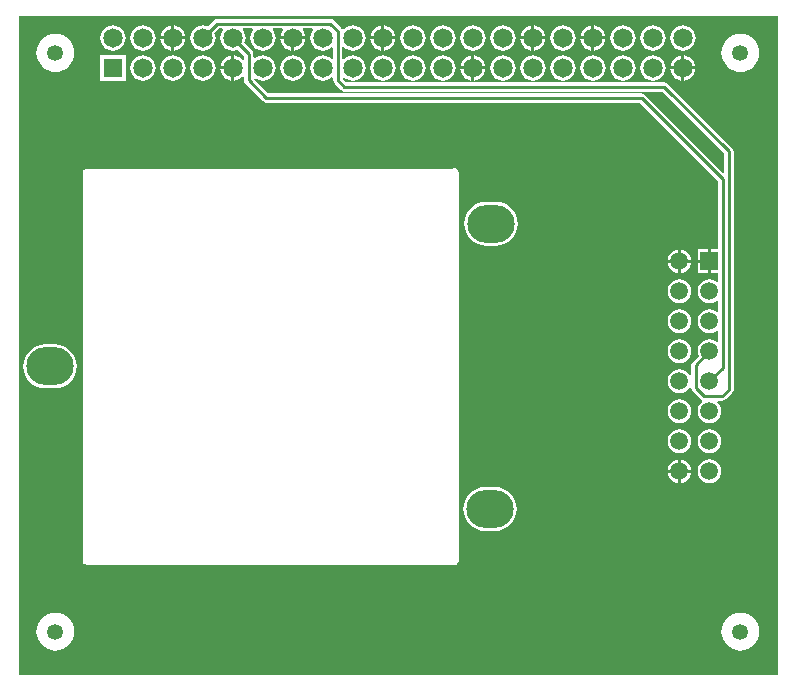
<source format=gtl>
G04*
G04 #@! TF.GenerationSoftware,Altium Limited,Altium Designer,18.1.6 (161)*
G04*
G04 Layer_Physical_Order=1*
G04 Layer_Color=255*
%FSLAX25Y25*%
%MOIN*%
G70*
G01*
G75*
%ADD10C,0.01000*%
%ADD19R,0.06457X0.06457*%
%ADD20C,0.06457*%
%ADD21C,0.05315*%
%ADD22O,0.15748X0.12598*%
%ADD23R,0.05906X0.05906*%
%ADD24C,0.05906*%
G36*
X254376Y-109691D02*
X1529D01*
Y109691D01*
X254376D01*
Y-109691D01*
D02*
G37*
%LPC*%
G36*
X105300Y108809D02*
X67594D01*
X67009Y108693D01*
X66513Y108361D01*
X64541Y106389D01*
X63938Y106639D01*
X62835Y106784D01*
X61731Y106639D01*
X60702Y106213D01*
X59819Y105535D01*
X59141Y104652D01*
X58715Y103623D01*
X58570Y102520D01*
X58715Y101416D01*
X59141Y100387D01*
X59819Y99504D01*
X60702Y98826D01*
X61731Y98400D01*
X62835Y98255D01*
X63938Y98400D01*
X64967Y98826D01*
X65850Y99504D01*
X66528Y100387D01*
X66954Y101416D01*
X67099Y102520D01*
X66954Y103623D01*
X66704Y104227D01*
X68228Y105750D01*
X69353D01*
X69600Y105250D01*
X69141Y104652D01*
X68715Y103623D01*
X68570Y102520D01*
X68715Y101416D01*
X69141Y100387D01*
X69819Y99504D01*
X70702Y98826D01*
X71731Y98400D01*
X72835Y98255D01*
X73938Y98400D01*
X74541Y98650D01*
X76545Y96646D01*
Y95451D01*
X76045Y95281D01*
X75850Y95535D01*
X74967Y96213D01*
X73938Y96639D01*
X73335Y96719D01*
Y92520D01*
Y88321D01*
X73938Y88400D01*
X74967Y88826D01*
X75850Y89504D01*
X76045Y89758D01*
X76545Y89589D01*
Y88405D01*
X76662Y87819D01*
X76993Y87323D01*
X82919Y81398D01*
X83415Y81067D01*
X84000Y80950D01*
X208467D01*
X234671Y54746D01*
Y32006D01*
X232201D01*
Y28053D01*
Y24100D01*
X234671D01*
Y21387D01*
X234171Y21140D01*
X233694Y21505D01*
X232733Y21904D01*
X231701Y22040D01*
X230669Y21904D01*
X229708Y21505D01*
X228882Y20872D01*
X228248Y20046D01*
X227850Y19085D01*
X227714Y18053D01*
X227850Y17021D01*
X228248Y16059D01*
X228882Y15234D01*
X229708Y14600D01*
X230669Y14202D01*
X231701Y14066D01*
X232733Y14202D01*
X233694Y14600D01*
X234171Y14965D01*
X234671Y14719D01*
Y11387D01*
X234171Y11140D01*
X233694Y11505D01*
X232733Y11904D01*
X231701Y12040D01*
X230669Y11904D01*
X229708Y11505D01*
X228882Y10872D01*
X228248Y10046D01*
X227850Y9085D01*
X227714Y8053D01*
X227850Y7021D01*
X228248Y6059D01*
X228882Y5234D01*
X229708Y4600D01*
X230669Y4202D01*
X231701Y4066D01*
X232733Y4202D01*
X233694Y4600D01*
X234171Y4965D01*
X234671Y4719D01*
Y1387D01*
X234171Y1140D01*
X233694Y1505D01*
X232733Y1904D01*
X231701Y2040D01*
X230669Y1904D01*
X229708Y1505D01*
X228882Y872D01*
X228248Y46D01*
X227850Y-915D01*
X227714Y-1947D01*
X227850Y-2979D01*
X228042Y-3443D01*
X226119Y-5367D01*
X225787Y-5863D01*
X225671Y-6448D01*
Y-9895D01*
X225171Y-9995D01*
X225154Y-9954D01*
X224520Y-9128D01*
X223694Y-8495D01*
X222733Y-8096D01*
X221701Y-7960D01*
X220669Y-8096D01*
X219708Y-8495D01*
X218882Y-9128D01*
X218248Y-9954D01*
X217850Y-10915D01*
X217714Y-11947D01*
X217850Y-12979D01*
X218248Y-13941D01*
X218882Y-14766D01*
X219708Y-15400D01*
X220669Y-15798D01*
X221701Y-15934D01*
X222733Y-15798D01*
X223694Y-15400D01*
X224520Y-14766D01*
X225154Y-13941D01*
X225171Y-13900D01*
X225671Y-13999D01*
Y-14120D01*
X225787Y-14706D01*
X226119Y-15202D01*
X228919Y-18002D01*
X229244Y-18220D01*
X229318Y-18725D01*
X229296Y-18810D01*
X228882Y-19128D01*
X228248Y-19954D01*
X227850Y-20915D01*
X227714Y-21947D01*
X227850Y-22979D01*
X228248Y-23941D01*
X228882Y-24766D01*
X229708Y-25400D01*
X230669Y-25798D01*
X231701Y-25934D01*
X232733Y-25798D01*
X233694Y-25400D01*
X234520Y-24766D01*
X235154Y-23941D01*
X235552Y-22979D01*
X235688Y-21947D01*
X235552Y-20915D01*
X235154Y-19954D01*
X234520Y-19128D01*
X234288Y-18950D01*
X234457Y-18450D01*
X236000D01*
X236585Y-18334D01*
X237081Y-18002D01*
X239281Y-15802D01*
X239613Y-15306D01*
X239729Y-14720D01*
Y64679D01*
X239613Y65265D01*
X239281Y65761D01*
X217781Y87261D01*
X217285Y87593D01*
X216700Y87709D01*
X110634D01*
X109449Y88893D01*
X109488Y89163D01*
X110020Y89350D01*
X110702Y88826D01*
X111731Y88400D01*
X112835Y88255D01*
X113938Y88400D01*
X114967Y88826D01*
X115850Y89504D01*
X116528Y90387D01*
X116954Y91416D01*
X117099Y92520D01*
X116954Y93624D01*
X116528Y94652D01*
X115850Y95535D01*
X114967Y96213D01*
X113938Y96639D01*
X112835Y96785D01*
X111731Y96639D01*
X110702Y96213D01*
X109829Y95543D01*
X109643Y95569D01*
X109329Y95675D01*
Y99364D01*
X109643Y99471D01*
X109829Y99496D01*
X110702Y98826D01*
X111731Y98400D01*
X112835Y98255D01*
X113938Y98400D01*
X114967Y98826D01*
X115850Y99504D01*
X116528Y100387D01*
X116954Y101416D01*
X117099Y102520D01*
X116954Y103623D01*
X116528Y104652D01*
X115850Y105535D01*
X114967Y106213D01*
X113938Y106639D01*
X112835Y106784D01*
X111731Y106639D01*
X110702Y106213D01*
X109819Y105535D01*
X109716Y105401D01*
X109548Y105389D01*
X109141Y105473D01*
X108881Y105861D01*
X106381Y108361D01*
X105885Y108693D01*
X105300Y108809D01*
D02*
G37*
G36*
X193335Y106719D02*
Y103020D01*
X197034D01*
X196954Y103623D01*
X196528Y104652D01*
X195850Y105535D01*
X194967Y106213D01*
X193938Y106639D01*
X193335Y106719D01*
D02*
G37*
G36*
X173335D02*
Y103020D01*
X177034D01*
X176954Y103623D01*
X176528Y104652D01*
X175850Y105535D01*
X174967Y106213D01*
X173938Y106639D01*
X173335Y106719D01*
D02*
G37*
G36*
X123335D02*
Y103020D01*
X127034D01*
X126954Y103623D01*
X126528Y104652D01*
X125850Y105535D01*
X124967Y106213D01*
X123938Y106639D01*
X123335Y106719D01*
D02*
G37*
G36*
X53335D02*
Y103020D01*
X57034D01*
X56954Y103623D01*
X56528Y104652D01*
X55850Y105535D01*
X54967Y106213D01*
X53938Y106639D01*
X53335Y106719D01*
D02*
G37*
G36*
X52335D02*
X51731Y106639D01*
X50702Y106213D01*
X49819Y105535D01*
X49141Y104652D01*
X48715Y103623D01*
X48636Y103020D01*
X52335D01*
Y106719D01*
D02*
G37*
G36*
X192335Y106719D02*
X191731Y106639D01*
X190702Y106213D01*
X189819Y105535D01*
X189141Y104652D01*
X188715Y103623D01*
X188636Y103020D01*
X192335D01*
Y106719D01*
D02*
G37*
G36*
X172335D02*
X171731Y106639D01*
X170702Y106213D01*
X169819Y105535D01*
X169141Y104652D01*
X168715Y103623D01*
X168635Y103020D01*
X172335D01*
Y106719D01*
D02*
G37*
G36*
X122335D02*
X121731Y106639D01*
X120702Y106213D01*
X119819Y105535D01*
X119141Y104652D01*
X118715Y103623D01*
X118635Y103020D01*
X122335D01*
Y106719D01*
D02*
G37*
G36*
X197034Y102020D02*
X193335D01*
Y98321D01*
X193938Y98400D01*
X194967Y98826D01*
X195850Y99504D01*
X196528Y100387D01*
X196954Y101416D01*
X197034Y102020D01*
D02*
G37*
G36*
X177033D02*
X173335D01*
Y98321D01*
X173938Y98400D01*
X174967Y98826D01*
X175850Y99504D01*
X176528Y100387D01*
X176954Y101416D01*
X177033Y102020D01*
D02*
G37*
G36*
X127033D02*
X123335D01*
Y98321D01*
X123938Y98400D01*
X124967Y98826D01*
X125850Y99504D01*
X126528Y100387D01*
X126954Y101416D01*
X127033Y102020D01*
D02*
G37*
G36*
X57034D02*
X53335D01*
Y98321D01*
X53938Y98400D01*
X54967Y98826D01*
X55850Y99504D01*
X56528Y100387D01*
X56954Y101416D01*
X57034Y102020D01*
D02*
G37*
G36*
X52335D02*
X48636D01*
X48715Y101416D01*
X49141Y100387D01*
X49819Y99504D01*
X50702Y98826D01*
X51731Y98400D01*
X52335Y98321D01*
Y102020D01*
D02*
G37*
G36*
X192335D02*
X188636D01*
X188715Y101416D01*
X189141Y100387D01*
X189819Y99504D01*
X190702Y98826D01*
X191731Y98400D01*
X192335Y98321D01*
Y102020D01*
D02*
G37*
G36*
X172335D02*
X168635D01*
X168715Y101416D01*
X169141Y100387D01*
X169819Y99504D01*
X170702Y98826D01*
X171731Y98400D01*
X172335Y98321D01*
Y102020D01*
D02*
G37*
G36*
X122335D02*
X118635D01*
X118715Y101416D01*
X119141Y100387D01*
X119819Y99504D01*
X120702Y98826D01*
X121731Y98400D01*
X122335Y98321D01*
Y102020D01*
D02*
G37*
G36*
X222834Y106784D02*
X221731Y106639D01*
X220702Y106213D01*
X219819Y105535D01*
X219141Y104652D01*
X218715Y103623D01*
X218570Y102520D01*
X218715Y101416D01*
X219141Y100387D01*
X219819Y99504D01*
X220702Y98826D01*
X221731Y98400D01*
X222834Y98255D01*
X223938Y98400D01*
X224967Y98826D01*
X225850Y99504D01*
X226528Y100387D01*
X226954Y101416D01*
X227099Y102520D01*
X226954Y103623D01*
X226528Y104652D01*
X225850Y105535D01*
X224967Y106213D01*
X223938Y106639D01*
X222834Y106784D01*
D02*
G37*
G36*
X212835D02*
X211731Y106639D01*
X210702Y106213D01*
X209819Y105535D01*
X209141Y104652D01*
X208715Y103623D01*
X208570Y102520D01*
X208715Y101416D01*
X209141Y100387D01*
X209819Y99504D01*
X210702Y98826D01*
X211731Y98400D01*
X212835Y98255D01*
X213938Y98400D01*
X214967Y98826D01*
X215850Y99504D01*
X216528Y100387D01*
X216954Y101416D01*
X217099Y102520D01*
X216954Y103623D01*
X216528Y104652D01*
X215850Y105535D01*
X214967Y106213D01*
X213938Y106639D01*
X212835Y106784D01*
D02*
G37*
G36*
X202835D02*
X201731Y106639D01*
X200702Y106213D01*
X199819Y105535D01*
X199141Y104652D01*
X198715Y103623D01*
X198570Y102520D01*
X198715Y101416D01*
X199141Y100387D01*
X199819Y99504D01*
X200702Y98826D01*
X201731Y98400D01*
X202835Y98255D01*
X203938Y98400D01*
X204967Y98826D01*
X205850Y99504D01*
X206528Y100387D01*
X206954Y101416D01*
X207099Y102520D01*
X206954Y103623D01*
X206528Y104652D01*
X205850Y105535D01*
X204967Y106213D01*
X203938Y106639D01*
X202835Y106784D01*
D02*
G37*
G36*
X182834D02*
X181731Y106639D01*
X180702Y106213D01*
X179819Y105535D01*
X179141Y104652D01*
X178715Y103623D01*
X178570Y102520D01*
X178715Y101416D01*
X179141Y100387D01*
X179819Y99504D01*
X180702Y98826D01*
X181731Y98400D01*
X182834Y98255D01*
X183938Y98400D01*
X184967Y98826D01*
X185850Y99504D01*
X186528Y100387D01*
X186954Y101416D01*
X187099Y102520D01*
X186954Y103623D01*
X186528Y104652D01*
X185850Y105535D01*
X184967Y106213D01*
X183938Y106639D01*
X182834Y106784D01*
D02*
G37*
G36*
X162835D02*
X161731Y106639D01*
X160702Y106213D01*
X159819Y105535D01*
X159141Y104652D01*
X158715Y103623D01*
X158570Y102520D01*
X158715Y101416D01*
X159141Y100387D01*
X159819Y99504D01*
X160702Y98826D01*
X161731Y98400D01*
X162835Y98255D01*
X163938Y98400D01*
X164967Y98826D01*
X165850Y99504D01*
X166528Y100387D01*
X166954Y101416D01*
X167099Y102520D01*
X166954Y103623D01*
X166528Y104652D01*
X165850Y105535D01*
X164967Y106213D01*
X163938Y106639D01*
X162835Y106784D01*
D02*
G37*
G36*
X152834D02*
X151731Y106639D01*
X150702Y106213D01*
X149819Y105535D01*
X149141Y104652D01*
X148715Y103623D01*
X148570Y102520D01*
X148715Y101416D01*
X149141Y100387D01*
X149819Y99504D01*
X150702Y98826D01*
X151731Y98400D01*
X152834Y98255D01*
X153938Y98400D01*
X154967Y98826D01*
X155850Y99504D01*
X156528Y100387D01*
X156954Y101416D01*
X157099Y102520D01*
X156954Y103623D01*
X156528Y104652D01*
X155850Y105535D01*
X154967Y106213D01*
X153938Y106639D01*
X152834Y106784D01*
D02*
G37*
G36*
X142834D02*
X141731Y106639D01*
X140702Y106213D01*
X139819Y105535D01*
X139141Y104652D01*
X138715Y103623D01*
X138570Y102520D01*
X138715Y101416D01*
X139141Y100387D01*
X139819Y99504D01*
X140702Y98826D01*
X141731Y98400D01*
X142834Y98255D01*
X143938Y98400D01*
X144967Y98826D01*
X145850Y99504D01*
X146528Y100387D01*
X146954Y101416D01*
X147099Y102520D01*
X146954Y103623D01*
X146528Y104652D01*
X145850Y105535D01*
X144967Y106213D01*
X143938Y106639D01*
X142834Y106784D01*
D02*
G37*
G36*
X132834D02*
X131731Y106639D01*
X130702Y106213D01*
X129819Y105535D01*
X129141Y104652D01*
X128715Y103623D01*
X128570Y102520D01*
X128715Y101416D01*
X129141Y100387D01*
X129819Y99504D01*
X130702Y98826D01*
X131731Y98400D01*
X132834Y98255D01*
X133938Y98400D01*
X134967Y98826D01*
X135850Y99504D01*
X136528Y100387D01*
X136954Y101416D01*
X137099Y102520D01*
X136954Y103623D01*
X136528Y104652D01*
X135850Y105535D01*
X134967Y106213D01*
X133938Y106639D01*
X132834Y106784D01*
D02*
G37*
G36*
X42835D02*
X41731Y106639D01*
X40702Y106213D01*
X39819Y105535D01*
X39141Y104652D01*
X38715Y103623D01*
X38570Y102520D01*
X38715Y101416D01*
X39141Y100387D01*
X39819Y99504D01*
X40702Y98826D01*
X41731Y98400D01*
X42835Y98255D01*
X43938Y98400D01*
X44967Y98826D01*
X45850Y99504D01*
X46528Y100387D01*
X46954Y101416D01*
X47099Y102520D01*
X46954Y103623D01*
X46528Y104652D01*
X45850Y105535D01*
X44967Y106213D01*
X43938Y106639D01*
X42835Y106784D01*
D02*
G37*
G36*
X32835D02*
X31731Y106639D01*
X30702Y106213D01*
X29819Y105535D01*
X29141Y104652D01*
X28715Y103623D01*
X28570Y102520D01*
X28715Y101416D01*
X29141Y100387D01*
X29819Y99504D01*
X30702Y98826D01*
X31731Y98400D01*
X32835Y98255D01*
X33938Y98400D01*
X34967Y98826D01*
X35850Y99504D01*
X36528Y100387D01*
X36954Y101416D01*
X37099Y102520D01*
X36954Y103623D01*
X36528Y104652D01*
X35850Y105535D01*
X34967Y106213D01*
X33938Y106639D01*
X32835Y106784D01*
D02*
G37*
G36*
X223335Y96719D02*
Y93020D01*
X227034D01*
X226954Y93624D01*
X226528Y94652D01*
X225850Y95535D01*
X224967Y96213D01*
X223938Y96639D01*
X223335Y96719D01*
D02*
G37*
G36*
X153335D02*
Y93020D01*
X157034D01*
X156954Y93624D01*
X156528Y94652D01*
X155850Y95535D01*
X154967Y96213D01*
X153938Y96639D01*
X153335Y96719D01*
D02*
G37*
G36*
X72335Y96719D02*
X71731Y96639D01*
X70702Y96213D01*
X69819Y95535D01*
X69141Y94652D01*
X68715Y93624D01*
X68635Y93020D01*
X72335D01*
Y96719D01*
D02*
G37*
G36*
X222335D02*
X221731Y96639D01*
X220702Y96213D01*
X219819Y95535D01*
X219141Y94652D01*
X218715Y93624D01*
X218636Y93020D01*
X222335D01*
Y96719D01*
D02*
G37*
G36*
X152335D02*
X151731Y96639D01*
X150702Y96213D01*
X149819Y95535D01*
X149141Y94652D01*
X148715Y93624D01*
X148635Y93020D01*
X152335D01*
Y96719D01*
D02*
G37*
G36*
X242008Y103865D02*
X240770Y103743D01*
X239579Y103382D01*
X238482Y102796D01*
X237521Y102007D01*
X236732Y101045D01*
X236145Y99948D01*
X235784Y98758D01*
X235662Y97520D01*
X235784Y96282D01*
X236145Y95091D01*
X236732Y93994D01*
X237521Y93033D01*
X238482Y92244D01*
X239579Y91657D01*
X240770Y91296D01*
X242008Y91174D01*
X243246Y91296D01*
X244436Y91657D01*
X245533Y92244D01*
X246495Y93033D01*
X247284Y93994D01*
X247870Y95091D01*
X248231Y96282D01*
X248353Y97520D01*
X248231Y98758D01*
X247870Y99948D01*
X247284Y101045D01*
X246495Y102007D01*
X245533Y102796D01*
X244436Y103382D01*
X243246Y103743D01*
X242008Y103865D01*
D02*
G37*
G36*
X13661D02*
X12423Y103743D01*
X11233Y103382D01*
X10136Y102796D01*
X9174Y102007D01*
X8385Y101045D01*
X7799Y99948D01*
X7438Y98758D01*
X7316Y97520D01*
X7438Y96282D01*
X7799Y95091D01*
X8385Y93994D01*
X9174Y93033D01*
X10136Y92244D01*
X11233Y91657D01*
X12423Y91296D01*
X13661Y91174D01*
X14899Y91296D01*
X16090Y91657D01*
X17187Y92244D01*
X18148Y93033D01*
X18937Y93994D01*
X19524Y95091D01*
X19885Y96282D01*
X20007Y97520D01*
X19885Y98758D01*
X19524Y99948D01*
X18937Y101045D01*
X18148Y102007D01*
X17187Y102796D01*
X16090Y103382D01*
X14899Y103743D01*
X13661Y103865D01*
D02*
G37*
G36*
X227034Y92020D02*
X223335D01*
Y88321D01*
X223938Y88400D01*
X224967Y88826D01*
X225850Y89504D01*
X226528Y90387D01*
X226954Y91416D01*
X227034Y92020D01*
D02*
G37*
G36*
X157034D02*
X153335D01*
Y88321D01*
X153938Y88400D01*
X154967Y88826D01*
X155850Y89504D01*
X156528Y90387D01*
X156954Y91416D01*
X157034Y92020D01*
D02*
G37*
G36*
X222335D02*
X218636D01*
X218715Y91416D01*
X219141Y90387D01*
X219819Y89504D01*
X220702Y88826D01*
X221731Y88400D01*
X222335Y88321D01*
Y92020D01*
D02*
G37*
G36*
X152335D02*
X148635D01*
X148715Y91416D01*
X149141Y90387D01*
X149819Y89504D01*
X150702Y88826D01*
X151731Y88400D01*
X152335Y88321D01*
Y92020D01*
D02*
G37*
G36*
X72335D02*
X68636D01*
X68715Y91416D01*
X69141Y90387D01*
X69819Y89504D01*
X70702Y88826D01*
X71731Y88400D01*
X72335Y88321D01*
Y92020D01*
D02*
G37*
G36*
X37063Y96748D02*
X28606D01*
Y88291D01*
X37063D01*
Y96748D01*
D02*
G37*
G36*
X212835Y96785D02*
X211731Y96639D01*
X210702Y96213D01*
X209819Y95535D01*
X209141Y94652D01*
X208715Y93624D01*
X208570Y92520D01*
X208715Y91416D01*
X209141Y90387D01*
X209819Y89504D01*
X210702Y88826D01*
X211731Y88400D01*
X212835Y88255D01*
X213938Y88400D01*
X214967Y88826D01*
X215850Y89504D01*
X216528Y90387D01*
X216954Y91416D01*
X217099Y92520D01*
X216954Y93624D01*
X216528Y94652D01*
X215850Y95535D01*
X214967Y96213D01*
X213938Y96639D01*
X212835Y96785D01*
D02*
G37*
G36*
X202835D02*
X201731Y96639D01*
X200702Y96213D01*
X199819Y95535D01*
X199141Y94652D01*
X198715Y93624D01*
X198570Y92520D01*
X198715Y91416D01*
X199141Y90387D01*
X199819Y89504D01*
X200702Y88826D01*
X201731Y88400D01*
X202835Y88255D01*
X203938Y88400D01*
X204967Y88826D01*
X205850Y89504D01*
X206528Y90387D01*
X206954Y91416D01*
X207099Y92520D01*
X206954Y93624D01*
X206528Y94652D01*
X205850Y95535D01*
X204967Y96213D01*
X203938Y96639D01*
X202835Y96785D01*
D02*
G37*
G36*
X192834D02*
X191731Y96639D01*
X190702Y96213D01*
X189819Y95535D01*
X189141Y94652D01*
X188715Y93624D01*
X188570Y92520D01*
X188715Y91416D01*
X189141Y90387D01*
X189819Y89504D01*
X190702Y88826D01*
X191731Y88400D01*
X192834Y88255D01*
X193938Y88400D01*
X194967Y88826D01*
X195850Y89504D01*
X196528Y90387D01*
X196954Y91416D01*
X197099Y92520D01*
X196954Y93624D01*
X196528Y94652D01*
X195850Y95535D01*
X194967Y96213D01*
X193938Y96639D01*
X192834Y96785D01*
D02*
G37*
G36*
X182834D02*
X181731Y96639D01*
X180702Y96213D01*
X179819Y95535D01*
X179141Y94652D01*
X178715Y93624D01*
X178570Y92520D01*
X178715Y91416D01*
X179141Y90387D01*
X179819Y89504D01*
X180702Y88826D01*
X181731Y88400D01*
X182834Y88255D01*
X183938Y88400D01*
X184967Y88826D01*
X185850Y89504D01*
X186528Y90387D01*
X186954Y91416D01*
X187099Y92520D01*
X186954Y93624D01*
X186528Y94652D01*
X185850Y95535D01*
X184967Y96213D01*
X183938Y96639D01*
X182834Y96785D01*
D02*
G37*
G36*
X172835D02*
X171731Y96639D01*
X170702Y96213D01*
X169819Y95535D01*
X169141Y94652D01*
X168715Y93624D01*
X168570Y92520D01*
X168715Y91416D01*
X169141Y90387D01*
X169819Y89504D01*
X170702Y88826D01*
X171731Y88400D01*
X172835Y88255D01*
X173938Y88400D01*
X174967Y88826D01*
X175850Y89504D01*
X176528Y90387D01*
X176954Y91416D01*
X177099Y92520D01*
X176954Y93624D01*
X176528Y94652D01*
X175850Y95535D01*
X174967Y96213D01*
X173938Y96639D01*
X172835Y96785D01*
D02*
G37*
G36*
X162835D02*
X161731Y96639D01*
X160702Y96213D01*
X159819Y95535D01*
X159141Y94652D01*
X158715Y93624D01*
X158570Y92520D01*
X158715Y91416D01*
X159141Y90387D01*
X159819Y89504D01*
X160702Y88826D01*
X161731Y88400D01*
X162835Y88255D01*
X163938Y88400D01*
X164967Y88826D01*
X165850Y89504D01*
X166528Y90387D01*
X166954Y91416D01*
X167099Y92520D01*
X166954Y93624D01*
X166528Y94652D01*
X165850Y95535D01*
X164967Y96213D01*
X163938Y96639D01*
X162835Y96785D01*
D02*
G37*
G36*
X142834D02*
X141731Y96639D01*
X140702Y96213D01*
X139819Y95535D01*
X139141Y94652D01*
X138715Y93624D01*
X138570Y92520D01*
X138715Y91416D01*
X139141Y90387D01*
X139819Y89504D01*
X140702Y88826D01*
X141731Y88400D01*
X142834Y88255D01*
X143938Y88400D01*
X144967Y88826D01*
X145850Y89504D01*
X146528Y90387D01*
X146954Y91416D01*
X147099Y92520D01*
X146954Y93624D01*
X146528Y94652D01*
X145850Y95535D01*
X144967Y96213D01*
X143938Y96639D01*
X142834Y96785D01*
D02*
G37*
G36*
X132834D02*
X131731Y96639D01*
X130702Y96213D01*
X129819Y95535D01*
X129141Y94652D01*
X128715Y93624D01*
X128570Y92520D01*
X128715Y91416D01*
X129141Y90387D01*
X129819Y89504D01*
X130702Y88826D01*
X131731Y88400D01*
X132834Y88255D01*
X133938Y88400D01*
X134967Y88826D01*
X135850Y89504D01*
X136528Y90387D01*
X136954Y91416D01*
X137099Y92520D01*
X136954Y93624D01*
X136528Y94652D01*
X135850Y95535D01*
X134967Y96213D01*
X133938Y96639D01*
X132834Y96785D01*
D02*
G37*
G36*
X122835D02*
X121731Y96639D01*
X120702Y96213D01*
X119819Y95535D01*
X119141Y94652D01*
X118715Y93624D01*
X118570Y92520D01*
X118715Y91416D01*
X119141Y90387D01*
X119819Y89504D01*
X120702Y88826D01*
X121731Y88400D01*
X122835Y88255D01*
X123938Y88400D01*
X124967Y88826D01*
X125850Y89504D01*
X126528Y90387D01*
X126954Y91416D01*
X127099Y92520D01*
X126954Y93624D01*
X126528Y94652D01*
X125850Y95535D01*
X124967Y96213D01*
X123938Y96639D01*
X122835Y96785D01*
D02*
G37*
G36*
X62835D02*
X61731Y96639D01*
X60702Y96213D01*
X59819Y95535D01*
X59141Y94652D01*
X58715Y93624D01*
X58570Y92520D01*
X58715Y91416D01*
X59141Y90387D01*
X59819Y89504D01*
X60702Y88826D01*
X61731Y88400D01*
X62835Y88255D01*
X63938Y88400D01*
X64967Y88826D01*
X65850Y89504D01*
X66528Y90387D01*
X66954Y91416D01*
X67099Y92520D01*
X66954Y93624D01*
X66528Y94652D01*
X65850Y95535D01*
X64967Y96213D01*
X63938Y96639D01*
X62835Y96785D01*
D02*
G37*
G36*
X52835D02*
X51731Y96639D01*
X50702Y96213D01*
X49819Y95535D01*
X49141Y94652D01*
X48715Y93624D01*
X48570Y92520D01*
X48715Y91416D01*
X49141Y90387D01*
X49819Y89504D01*
X50702Y88826D01*
X51731Y88400D01*
X52835Y88255D01*
X53938Y88400D01*
X54967Y88826D01*
X55850Y89504D01*
X56528Y90387D01*
X56954Y91416D01*
X57099Y92520D01*
X56954Y93624D01*
X56528Y94652D01*
X55850Y95535D01*
X54967Y96213D01*
X53938Y96639D01*
X52835Y96785D01*
D02*
G37*
G36*
X42835D02*
X41731Y96639D01*
X40702Y96213D01*
X39819Y95535D01*
X39141Y94652D01*
X38715Y93624D01*
X38570Y92520D01*
X38715Y91416D01*
X39141Y90387D01*
X39819Y89504D01*
X40702Y88826D01*
X41731Y88400D01*
X42835Y88255D01*
X43938Y88400D01*
X44967Y88826D01*
X45850Y89504D01*
X46528Y90387D01*
X46954Y91416D01*
X47099Y92520D01*
X46954Y93624D01*
X46528Y94652D01*
X45850Y95535D01*
X44967Y96213D01*
X43938Y96639D01*
X42835Y96785D01*
D02*
G37*
G36*
X160433Y47972D02*
X157284D01*
X155853Y47831D01*
X154477Y47414D01*
X153209Y46736D01*
X152097Y45824D01*
X151185Y44713D01*
X150507Y43445D01*
X150090Y42069D01*
X149949Y40638D01*
X150090Y39207D01*
X150507Y37831D01*
X151185Y36563D01*
X152097Y35452D01*
X153209Y34539D01*
X154477Y33862D01*
X155853Y33444D01*
X157284Y33303D01*
X160433D01*
X161864Y33444D01*
X163240Y33862D01*
X164508Y34539D01*
X165620Y35452D01*
X166532Y36563D01*
X167209Y37831D01*
X167627Y39207D01*
X167768Y40638D01*
X167627Y42069D01*
X167209Y43445D01*
X166532Y44713D01*
X165620Y45824D01*
X164508Y46736D01*
X163240Y47414D01*
X161864Y47831D01*
X160433Y47972D01*
D02*
G37*
G36*
X222201Y31974D02*
Y28553D01*
X225622D01*
X225552Y29085D01*
X225154Y30046D01*
X224520Y30872D01*
X223694Y31505D01*
X222733Y31904D01*
X222201Y31974D01*
D02*
G37*
G36*
X221201D02*
X220669Y31904D01*
X219708Y31505D01*
X218882Y30872D01*
X218248Y30046D01*
X217850Y29085D01*
X217780Y28553D01*
X221201D01*
Y31974D01*
D02*
G37*
G36*
X231201Y32006D02*
X227748D01*
Y28553D01*
X231201D01*
Y32006D01*
D02*
G37*
G36*
X225622Y27553D02*
X222201D01*
Y24132D01*
X222733Y24202D01*
X223694Y24600D01*
X224520Y25234D01*
X225154Y26059D01*
X225552Y27021D01*
X225622Y27553D01*
D02*
G37*
G36*
X221201D02*
X217780D01*
X217850Y27021D01*
X218248Y26059D01*
X218882Y25234D01*
X219708Y24600D01*
X220669Y24202D01*
X221201Y24132D01*
Y27553D01*
D02*
G37*
G36*
X231201D02*
X227748D01*
Y24100D01*
X231201D01*
Y27553D01*
D02*
G37*
G36*
X221701Y22040D02*
X220669Y21904D01*
X219708Y21505D01*
X218882Y20872D01*
X218248Y20046D01*
X217850Y19085D01*
X217714Y18053D01*
X217850Y17021D01*
X218248Y16059D01*
X218882Y15234D01*
X219708Y14600D01*
X220669Y14202D01*
X221701Y14066D01*
X222733Y14202D01*
X223694Y14600D01*
X224520Y15234D01*
X225154Y16059D01*
X225552Y17021D01*
X225688Y18053D01*
X225552Y19085D01*
X225154Y20046D01*
X224520Y20872D01*
X223694Y21505D01*
X222733Y21904D01*
X221701Y22040D01*
D02*
G37*
G36*
Y12040D02*
X220669Y11904D01*
X219708Y11505D01*
X218882Y10872D01*
X218248Y10046D01*
X217850Y9085D01*
X217714Y8053D01*
X217850Y7021D01*
X218248Y6059D01*
X218882Y5234D01*
X219708Y4600D01*
X220669Y4202D01*
X221701Y4066D01*
X222733Y4202D01*
X223694Y4600D01*
X224520Y5234D01*
X225154Y6059D01*
X225552Y7021D01*
X225688Y8053D01*
X225552Y9085D01*
X225154Y10046D01*
X224520Y10872D01*
X223694Y11505D01*
X222733Y11904D01*
X221701Y12040D01*
D02*
G37*
G36*
Y2040D02*
X220669Y1904D01*
X219708Y1505D01*
X218882Y872D01*
X218248Y46D01*
X217850Y-915D01*
X217714Y-1947D01*
X217850Y-2979D01*
X218248Y-3941D01*
X218882Y-4766D01*
X219708Y-5400D01*
X220669Y-5798D01*
X221701Y-5934D01*
X222733Y-5798D01*
X223694Y-5400D01*
X224520Y-4766D01*
X225154Y-3941D01*
X225552Y-2979D01*
X225688Y-1947D01*
X225552Y-915D01*
X225154Y46D01*
X224520Y872D01*
X223694Y1505D01*
X222733Y1904D01*
X221701Y2040D01*
D02*
G37*
G36*
X13406Y335D02*
X10256D01*
X8825Y194D01*
X7449Y-224D01*
X6181Y-902D01*
X5070Y-1814D01*
X4158Y-2925D01*
X3480Y-4193D01*
X3062Y-5569D01*
X2922Y-7000D01*
X3062Y-8431D01*
X3480Y-9807D01*
X4158Y-11075D01*
X5070Y-12186D01*
X6181Y-13098D01*
X7449Y-13776D01*
X8825Y-14194D01*
X10256Y-14334D01*
X13406D01*
X14837Y-14194D01*
X16212Y-13776D01*
X17480Y-13098D01*
X18592Y-12186D01*
X19504Y-11075D01*
X20182Y-9807D01*
X20599Y-8431D01*
X20740Y-7000D01*
X20599Y-5569D01*
X20182Y-4193D01*
X19504Y-2925D01*
X18592Y-1814D01*
X17480Y-902D01*
X16212Y-224D01*
X14837Y194D01*
X13406Y335D01*
D02*
G37*
G36*
X221701Y-17960D02*
X220669Y-18096D01*
X219708Y-18495D01*
X218882Y-19128D01*
X218248Y-19954D01*
X217850Y-20915D01*
X217714Y-21947D01*
X217850Y-22979D01*
X218248Y-23941D01*
X218882Y-24766D01*
X219708Y-25400D01*
X220669Y-25798D01*
X221701Y-25934D01*
X222733Y-25798D01*
X223694Y-25400D01*
X224520Y-24766D01*
X225154Y-23941D01*
X225552Y-22979D01*
X225688Y-21947D01*
X225552Y-20915D01*
X225154Y-19954D01*
X224520Y-19128D01*
X223694Y-18495D01*
X222733Y-18096D01*
X221701Y-17960D01*
D02*
G37*
G36*
X231701Y-27960D02*
X230669Y-28096D01*
X229708Y-28495D01*
X228882Y-29128D01*
X228248Y-29954D01*
X227850Y-30915D01*
X227714Y-31947D01*
X227850Y-32979D01*
X228248Y-33941D01*
X228882Y-34766D01*
X229708Y-35400D01*
X230669Y-35798D01*
X231701Y-35934D01*
X232733Y-35798D01*
X233694Y-35400D01*
X234520Y-34766D01*
X235154Y-33941D01*
X235552Y-32979D01*
X235688Y-31947D01*
X235552Y-30915D01*
X235154Y-29954D01*
X234520Y-29128D01*
X233694Y-28495D01*
X232733Y-28096D01*
X231701Y-27960D01*
D02*
G37*
G36*
X221701D02*
X220669Y-28096D01*
X219708Y-28495D01*
X218882Y-29128D01*
X218248Y-29954D01*
X217850Y-30915D01*
X217714Y-31947D01*
X217850Y-32979D01*
X218248Y-33941D01*
X218882Y-34766D01*
X219708Y-35400D01*
X220669Y-35798D01*
X221701Y-35934D01*
X222733Y-35798D01*
X223694Y-35400D01*
X224520Y-34766D01*
X225154Y-33941D01*
X225552Y-32979D01*
X225688Y-31947D01*
X225552Y-30915D01*
X225154Y-29954D01*
X224520Y-29128D01*
X223694Y-28495D01*
X222733Y-28096D01*
X221701Y-27960D01*
D02*
G37*
G36*
X222201Y-38026D02*
Y-41447D01*
X225622D01*
X225552Y-40915D01*
X225154Y-39954D01*
X224520Y-39128D01*
X223694Y-38495D01*
X222733Y-38096D01*
X222201Y-38026D01*
D02*
G37*
G36*
X221201D02*
X220669Y-38096D01*
X219708Y-38495D01*
X218882Y-39128D01*
X218248Y-39954D01*
X217850Y-40915D01*
X217780Y-41447D01*
X221201D01*
Y-38026D01*
D02*
G37*
G36*
X225622Y-42447D02*
X222201D01*
Y-45868D01*
X222733Y-45798D01*
X223694Y-45400D01*
X224520Y-44766D01*
X225154Y-43941D01*
X225552Y-42979D01*
X225622Y-42447D01*
D02*
G37*
G36*
X221201D02*
X217780D01*
X217850Y-42979D01*
X218248Y-43941D01*
X218882Y-44766D01*
X219708Y-45400D01*
X220669Y-45798D01*
X221201Y-45868D01*
Y-42447D01*
D02*
G37*
G36*
X231701Y-37960D02*
X230669Y-38096D01*
X229708Y-38495D01*
X228882Y-39128D01*
X228248Y-39954D01*
X227850Y-40915D01*
X227714Y-41947D01*
X227850Y-42979D01*
X228248Y-43941D01*
X228882Y-44766D01*
X229708Y-45400D01*
X230669Y-45798D01*
X231701Y-45934D01*
X232733Y-45798D01*
X233694Y-45400D01*
X234520Y-44766D01*
X235154Y-43941D01*
X235552Y-42979D01*
X235688Y-41947D01*
X235552Y-40915D01*
X235154Y-39954D01*
X234520Y-39128D01*
X233694Y-38495D01*
X232733Y-38096D01*
X231701Y-37960D01*
D02*
G37*
G36*
X160079Y-47193D02*
X156929D01*
X155498Y-47334D01*
X154122Y-47751D01*
X152854Y-48429D01*
X151743Y-49341D01*
X150831Y-50453D01*
X150153Y-51721D01*
X149736Y-53097D01*
X149595Y-54527D01*
X149736Y-55958D01*
X150153Y-57334D01*
X150831Y-58602D01*
X151743Y-59714D01*
X152854Y-60626D01*
X154122Y-61304D01*
X155498Y-61721D01*
X156929Y-61862D01*
X160079D01*
X161510Y-61721D01*
X162886Y-61304D01*
X164154Y-60626D01*
X165265Y-59714D01*
X166177Y-58602D01*
X166855Y-57334D01*
X167272Y-55958D01*
X167413Y-54527D01*
X167272Y-53097D01*
X166855Y-51721D01*
X166177Y-50453D01*
X165265Y-49341D01*
X164154Y-48429D01*
X162886Y-47751D01*
X161510Y-47334D01*
X160079Y-47193D01*
D02*
G37*
G36*
X146756Y59185D02*
X146366Y59107D01*
X146035Y58886D01*
X145834Y58685D01*
X23756D01*
X23366Y58607D01*
X23035Y58386D01*
X22814Y58056D01*
X22736Y57665D01*
Y-71589D01*
X22756Y-71688D01*
Y-71963D01*
X22757Y-71965D01*
X22756Y-71968D01*
X22795Y-72160D01*
X22834Y-72353D01*
X22835Y-72355D01*
X22835Y-72357D01*
X22945Y-72520D01*
X23055Y-72684D01*
X23057Y-72685D01*
X23058Y-72687D01*
X23222Y-72795D01*
X23385Y-72905D01*
X23388Y-72905D01*
X23390Y-72907D01*
X23583Y-72944D01*
X23776Y-72983D01*
X23778Y-72982D01*
X23780Y-72983D01*
X23794Y-72983D01*
X23866Y-73031D01*
X24256Y-73108D01*
X146756D01*
X147146Y-73031D01*
X147477Y-72809D01*
X147698Y-72479D01*
X147733Y-72302D01*
X147833Y-72235D01*
X147997Y-72125D01*
X147998Y-72123D01*
X148000Y-72122D01*
X148108Y-71958D01*
X148218Y-71794D01*
X148218Y-71792D01*
X148219Y-71790D01*
X148257Y-71596D01*
X148295Y-71404D01*
Y57551D01*
X148218Y57941D01*
X147997Y58272D01*
X147997Y58272D01*
X147717Y58459D01*
X147698Y58556D01*
X147477Y58886D01*
X147146Y59107D01*
X146756Y59185D01*
D02*
G37*
G36*
X242008Y-89048D02*
X240770Y-89170D01*
X239579Y-89531D01*
X238482Y-90118D01*
X237521Y-90907D01*
X236732Y-91868D01*
X236145Y-92965D01*
X235784Y-94156D01*
X235662Y-95394D01*
X235784Y-96632D01*
X236145Y-97822D01*
X236732Y-98919D01*
X237521Y-99881D01*
X238482Y-100670D01*
X239579Y-101256D01*
X240770Y-101617D01*
X242008Y-101739D01*
X243246Y-101617D01*
X244436Y-101256D01*
X245533Y-100670D01*
X246495Y-99881D01*
X247284Y-98919D01*
X247870Y-97822D01*
X248231Y-96632D01*
X248353Y-95394D01*
X248231Y-94156D01*
X247870Y-92965D01*
X247284Y-91868D01*
X246495Y-90907D01*
X245533Y-90118D01*
X244436Y-89531D01*
X243246Y-89170D01*
X242008Y-89048D01*
D02*
G37*
G36*
X13661D02*
X12423Y-89170D01*
X11233Y-89531D01*
X10136Y-90118D01*
X9174Y-90907D01*
X8385Y-91868D01*
X7799Y-92965D01*
X7438Y-94156D01*
X7316Y-95394D01*
X7438Y-96632D01*
X7799Y-97822D01*
X8385Y-98919D01*
X9174Y-99881D01*
X10136Y-100670D01*
X11233Y-101256D01*
X12423Y-101617D01*
X13661Y-101739D01*
X14899Y-101617D01*
X16090Y-101256D01*
X17187Y-100670D01*
X18148Y-99881D01*
X18937Y-98919D01*
X19524Y-97822D01*
X19885Y-96632D01*
X20007Y-95394D01*
X19885Y-94156D01*
X19524Y-92965D01*
X18937Y-91868D01*
X18148Y-90907D01*
X17187Y-90118D01*
X16090Y-89531D01*
X14899Y-89170D01*
X13661Y-89048D01*
D02*
G37*
%LPD*%
G36*
X99600Y105250D02*
X99141Y104652D01*
X98715Y103623D01*
X98570Y102520D01*
X98715Y101416D01*
X99141Y100387D01*
X99819Y99504D01*
X100702Y98826D01*
X101731Y98400D01*
X102834Y98255D01*
X103938Y98400D01*
X104967Y98826D01*
X105771Y99443D01*
X106271Y99308D01*
Y95731D01*
X105771Y95596D01*
X104967Y96213D01*
X103938Y96639D01*
X102834Y96785D01*
X101731Y96639D01*
X100702Y96213D01*
X99819Y95535D01*
X99141Y94652D01*
X98715Y93624D01*
X98570Y92520D01*
X98715Y91416D01*
X99141Y90387D01*
X99819Y89504D01*
X100702Y88826D01*
X101731Y88400D01*
X102834Y88255D01*
X103938Y88400D01*
X104967Y88826D01*
X105771Y89443D01*
X106271Y89308D01*
Y88380D01*
X106387Y87794D01*
X106719Y87298D01*
X108919Y85098D01*
X109415Y84767D01*
X110000Y84650D01*
X216067D01*
X236671Y64046D01*
Y57725D01*
X236209Y57534D01*
X210181Y83561D01*
X209685Y83893D01*
X209100Y84009D01*
X84633D01*
X79977Y88665D01*
X79990Y88742D01*
X80532Y88957D01*
X80702Y88826D01*
X81731Y88400D01*
X82835Y88255D01*
X83938Y88400D01*
X84967Y88826D01*
X85850Y89504D01*
X86528Y90387D01*
X86954Y91416D01*
X87099Y92520D01*
X86954Y93624D01*
X86528Y94652D01*
X85850Y95535D01*
X84967Y96213D01*
X83938Y96639D01*
X82835Y96785D01*
X81731Y96639D01*
X80702Y96213D01*
X80104Y95754D01*
X79604Y96001D01*
Y97280D01*
X79488Y97865D01*
X79156Y98361D01*
X76704Y100813D01*
X76954Y101416D01*
X77099Y102520D01*
X76954Y103623D01*
X76528Y104652D01*
X76069Y105250D01*
X76316Y105750D01*
X79353D01*
X79600Y105250D01*
X79141Y104652D01*
X78715Y103623D01*
X78570Y102520D01*
X78715Y101416D01*
X79141Y100387D01*
X79819Y99504D01*
X80702Y98826D01*
X81731Y98400D01*
X82835Y98255D01*
X83938Y98400D01*
X84967Y98826D01*
X85850Y99504D01*
X86528Y100387D01*
X86954Y101416D01*
X87099Y102520D01*
X86954Y103623D01*
X86528Y104652D01*
X86069Y105250D01*
X86316Y105750D01*
X89353D01*
X89600Y105250D01*
X89141Y104652D01*
X88715Y103623D01*
X88635Y103020D01*
X92835D01*
X97034D01*
X96954Y103623D01*
X96528Y104652D01*
X96069Y105250D01*
X96316Y105750D01*
X99353D01*
X99600Y105250D01*
D02*
G37*
%LPC*%
G36*
X97034Y102020D02*
X93335D01*
Y98321D01*
X93938Y98400D01*
X94967Y98826D01*
X95850Y99504D01*
X96528Y100387D01*
X96954Y101416D01*
X97034Y102020D01*
D02*
G37*
G36*
X92335D02*
X88636D01*
X88715Y101416D01*
X89141Y100387D01*
X89819Y99504D01*
X90702Y98826D01*
X91731Y98400D01*
X92335Y98321D01*
Y102020D01*
D02*
G37*
G36*
X92835Y96785D02*
X91731Y96639D01*
X90702Y96213D01*
X89819Y95535D01*
X89141Y94652D01*
X88715Y93624D01*
X88570Y92520D01*
X88715Y91416D01*
X89141Y90387D01*
X89819Y89504D01*
X90702Y88826D01*
X91731Y88400D01*
X92835Y88255D01*
X93938Y88400D01*
X94967Y88826D01*
X95850Y89504D01*
X96528Y90387D01*
X96954Y91416D01*
X97099Y92520D01*
X96954Y93624D01*
X96528Y94652D01*
X95850Y95535D01*
X94967Y96213D01*
X93938Y96639D01*
X92835Y96785D01*
D02*
G37*
%LPD*%
D10*
X231701Y-11947D02*
X236200Y-7448D01*
Y55379D01*
X209100Y82480D02*
X236200Y55379D01*
X84000Y82480D02*
X209100D01*
X78075Y88405D02*
X84000Y82480D01*
X78075Y88405D02*
Y97280D01*
X72835Y102520D02*
X78075Y97280D01*
X62835Y102520D02*
X67594Y107280D01*
X105300D01*
X107800Y104780D01*
Y88380D02*
Y104780D01*
Y88380D02*
X110000Y86180D01*
X216700D01*
X238200Y64679D01*
Y-14720D02*
Y64679D01*
X236000Y-16920D02*
X238200Y-14720D01*
X230000Y-16920D02*
X236000D01*
X227200Y-14120D02*
X230000Y-16920D01*
X227200Y-14120D02*
Y-6448D01*
X231701Y-1947D01*
D19*
X32835Y92520D02*
D03*
D20*
Y102520D02*
D03*
X42835Y92520D02*
D03*
Y102520D02*
D03*
X52835Y92520D02*
D03*
Y102520D02*
D03*
X62835Y92520D02*
D03*
Y102520D02*
D03*
X72835Y92520D02*
D03*
Y102520D02*
D03*
X82835Y92520D02*
D03*
Y102520D02*
D03*
X92835Y92520D02*
D03*
Y102520D02*
D03*
X102834Y92520D02*
D03*
Y102520D02*
D03*
X112835Y92520D02*
D03*
Y102520D02*
D03*
X122835Y92520D02*
D03*
Y102520D02*
D03*
X132834Y92520D02*
D03*
Y102520D02*
D03*
X142834Y92520D02*
D03*
Y102520D02*
D03*
X152834Y92520D02*
D03*
Y102520D02*
D03*
X162835Y92520D02*
D03*
Y102520D02*
D03*
X172835Y92520D02*
D03*
Y102520D02*
D03*
X182834Y92520D02*
D03*
Y102520D02*
D03*
X192834Y92520D02*
D03*
Y102520D02*
D03*
X202835Y92520D02*
D03*
Y102520D02*
D03*
X212835Y92520D02*
D03*
Y102520D02*
D03*
X222834Y92520D02*
D03*
Y102520D02*
D03*
D21*
X13661Y97520D02*
D03*
X242008D02*
D03*
Y-95394D02*
D03*
X13661D02*
D03*
D22*
X11831Y-7000D02*
D03*
X158858Y40638D02*
D03*
X158504Y-54527D02*
D03*
D23*
X231701Y28053D02*
D03*
D24*
X221701D02*
D03*
X231701Y18053D02*
D03*
X221701D02*
D03*
X231701Y8053D02*
D03*
X221701D02*
D03*
X231701Y-1947D02*
D03*
X221701D02*
D03*
X231701Y-11947D02*
D03*
X221701D02*
D03*
X231701Y-21947D02*
D03*
X221701D02*
D03*
X231701Y-31947D02*
D03*
X221701D02*
D03*
X231701Y-41947D02*
D03*
X221701D02*
D03*
M02*

</source>
